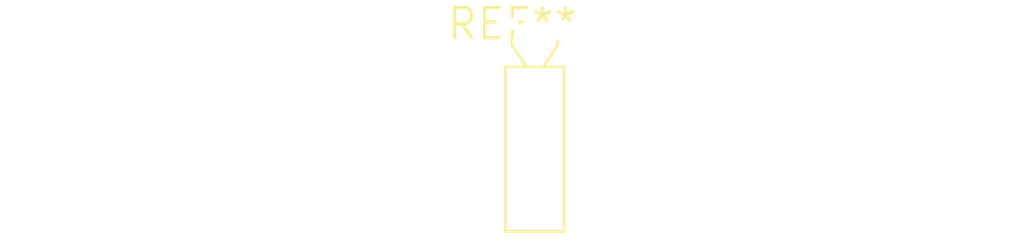
<source format=kicad_pcb>
(kicad_pcb (version 20240108) (generator pcbnew)
  (layers (0 "F.Cu" signal) (31 "B.Cu" signal) (34 "B.Paste" user) (35 "F.Paste" user) (36 "B.SilkS" user "B.Silkscreen") (37 "F.SilkS" user "F.Silkscreen") (38 "B.Mask" user) (39 "F.Mask" user) (44 "Edge.Cuts" user))
  (net 0 "")
  (footprint "Crystal_C26-LF_D2.1mm_L6.5mm_Horizontal" (layer "F.Cu") (at 0 0)
    (property "Reference" "REF**")
    (property "Value" "Crystal_C26-LF_D2.1mm_L6.5mm_Horizontal")
    (fp_line (start -0.28 1.8) (end -0.28 8.7) (layer "F.SilkS") (stroke (width 0.12)))
    (fp_line (start -0.28 8.7) (end 2.18 8.7) (layer "F.SilkS") (stroke (width 0.12)))
    (fp_line (start 0 0.9) (end 0 0.7) (layer "F.SilkS") (stroke (width 0.12)))
    (fp_line (start 0.6 1.8) (end 0 0.9) (layer "F.SilkS") (stroke (width 0.12)))
    (fp_line (start 1.3 1.8) (end 1.9 0.9) (layer "F.SilkS") (stroke (width 0.12)))
    (fp_line (start 1.9 0.9) (end 1.9 0.7) (layer "F.SilkS") (stroke (width 0.12)))
    (fp_line (start 2.18 1.8) (end -0.28 1.8) (layer "F.SilkS") (stroke (width 0.12)))
    (fp_line (start 2.18 8.7) (end 2.18 1.8) (layer "F.SilkS") (stroke (width 0.12)))
    (pad "1" thru_hole circle (at 0 0) (size 1 1) (drill 0.5) (layers *.Cu *.Mask) (remove_unused_layers))
    (pad "2" thru_hole circle (at 1.9 0) (size 1 1) (drill 0.5) (layers *.Cu *.Mask) (remove_unused_layers))
  )
)
</source>
